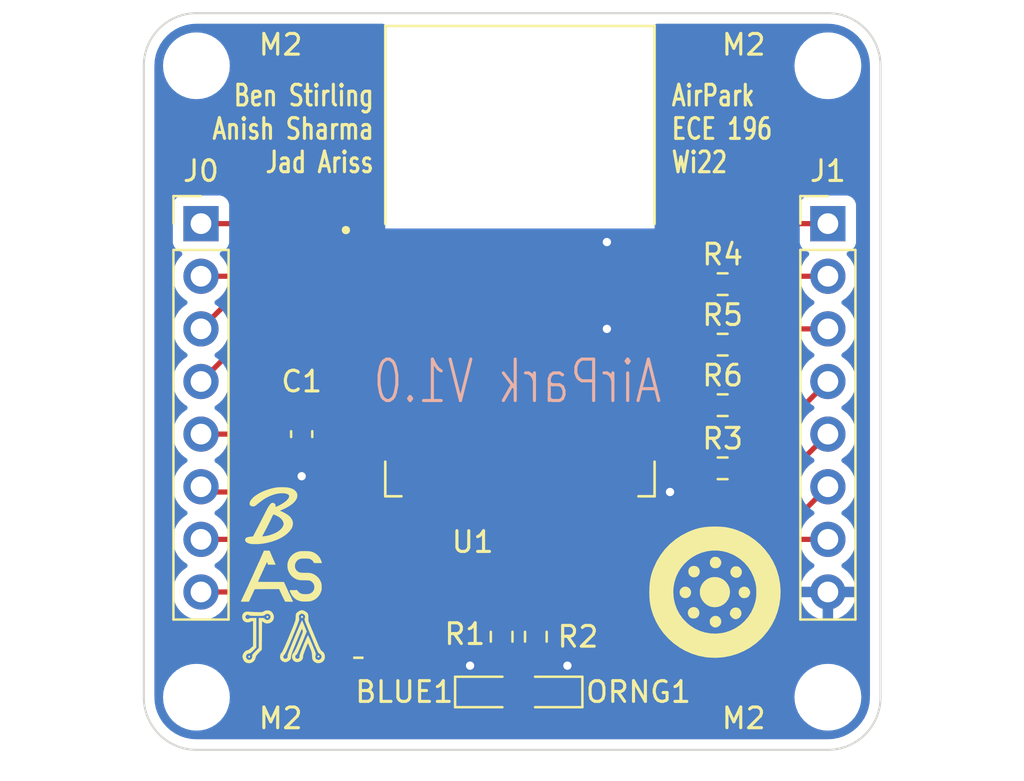
<source format=kicad_pcb>
(kicad_pcb (version 20211014) (generator pcbnew)
  (layers (0 "F.Cu" signal) (31 "B.Cu" signal) (34 "B.Paste" user) (35 "F.Paste" user) (36 "B.SilkS" user "B.Silkscreen") (37 "F.SilkS" user "F.Silkscreen") (38 "B.Mask" user) (39 "F.Mask" user) (44 "Edge.Cuts" user))
  (net 0 "")
  (net 1 "+3.3V")
  (net 2 "GND")
  (net 3 "/EXTON")
  (net 4 "/WAKEUP")
  (net 5 "/RST")
  (net 6 "/SYNC")
  (net 7 "/SPIPHA")
  (net 8 "/SPIPOL")
  (net 9 "/IRQ")
  (net 10 "/SPICLK_Arduino")
  (net 11 "/SPIMISO_Arduino")
  (net 12 "/SPIMOSI_Arduino")
  (net 13 "/SPICSn_Arduino")
  (net 14 "/GPIO0")
  (net 15 "/GPIO1")
  (net 16 "/GPIO4")
  (net 17 "Net-(ORNG1-Pad2)")
  (net 18 "Net-(R2-Pad2)")
  (net 19 "Net-(R3-Pad1)")
  (net 20 "Net-(R4-Pad1)")
  (net 21 "Net-(R6-Pad1)")
  (net 22 "Net-(R5-Pad1)")
  (net 23 "Net-(R1-Pad1)")
  (net 24 "Net-(R1-Pad2)")
  (footprint "MountingHole:MountingHole_2.2mm_M2" (layer "F.Cu") (at 175.26 91.44)
    (fp_text reference "M2" (at -4.064 -1.016) (layer "F.SilkS"))
    (fp_text value "MountingHole_2.2mm_M2")
    (pad "" np_thru_hole circle (at 0 0) (size 2.2 2.2) (drill 2.2) (layers *.Cu *.Mask))
  )
  (footprint "LED_SMD:LED_0603_1608Metric" (layer "F.Cu") (at 158.75 121.666)
    (fp_text reference "BLUE1" (at -3.937 0) (layer "F.SilkS"))
    (fp_text value "LED")
    (pad "1" smd roundrect (at -0.7875 0) (size 0.875 0.95) (layers "F.Cu" "F.Paste" "F.Mask") (net 2 "GND"))
    (pad "2" smd roundrect (at 0.7875 0) (size 0.875 0.95) (layers "F.Cu" "F.Paste" "F.Mask") (net 23 "Net-(R1-Pad1)"))
  )
  (footprint "Resistor_SMD:R_0603_1608Metric" (layer "F.Cu") (at 170.18 101.981)
    (fp_text reference "R4" (at 0 -1.43) (layer "F.SilkS"))
    (fp_text value "49.9")
    (pad "1" smd roundrect (at -0.825 0) (size 0.8 0.95) (layers "F.Cu" "F.Paste" "F.Mask") (net 20 "Net-(R4-Pad1)"))
    (pad "2" smd roundrect (at 0.825 0) (size 0.8 0.95) (layers "F.Cu" "F.Paste" "F.Mask") (net 10 "/SPICLK_Arduino"))
  )
  (footprint "MountingHole:MountingHole_2.2mm_M2" (layer "F.Cu") (at 144.78 91.44)
    (fp_text reference "M2" (at 4.064 -1.016) (layer "F.SilkS"))
    (fp_text value "MountingHole_2.2mm_M2")
    (pad "" np_thru_hole circle (at 0 0) (size 2.2 2.2) (drill 2.2) (layers *.Cu *.Mask))
  )
  (footprint "DWM3000SQ:XCVR_DWM3000SQ" (layer "F.Cu") (at 160.395 100.87)
    (fp_text reference "U1" (at -2.28 13.557) (layer "F.SilkS"))
    (fp_text value "DWM3000SQ")
    (pad "1" smd rect locked (at -6.295 -0.95) (size 2.45 1) (layers "F.Cu" "F.Paste" "F.Mask") (net 3 "/EXTON"))
    (pad "2" smd rect locked (at -6.295 0.45) (size 2.45 1) (layers "F.Cu" "F.Paste" "F.Mask") (net 4 "/WAKEUP"))
    (pad "3" smd rect locked (at -6.295 1.85) (size 2.45 1) (layers "F.Cu" "F.Paste" "F.Mask") (net 5 "/RST"))
    (pad "4" smd rect locked (at -6.295 3.25) (size 2.45 1) (layers "F.Cu" "F.Paste" "F.Mask") (net 6 "/SYNC"))
    (pad "5" smd rect locked (at -6.295 4.65) (size 2.45 1) (layers "F.Cu" "F.Paste" "F.Mask") (net 1 "+3.3V"))
    (pad "6" smd rect locked (at -6.295 6.05) (size 2.45 1) (layers "F.Cu" "F.Paste" "F.Mask") (net 1 "+3.3V"))
    (pad "7" smd rect locked (at -6.295 7.45) (size 2.45 1) (layers "F.Cu" "F.Paste" "F.Mask") (net 1 "+3.3V"))
    (pad "8" smd rect locked (at -6.295 8.85) (size 2.45 1) (layers "F.Cu" "F.Paste" "F.Mask") (net 2 "GND"))
    (pad "9" smd rect locked (at -4.9 11.145) (size 1 2.45) (layers "F.Cu" "F.Paste" "F.Mask") (net 7 "/SPIPHA"))
    (pad "10" smd rect locked (at -3.5 11.145) (size 1 2.45) (layers "F.Cu" "F.Paste" "F.Mask") (net 8 "/SPIPOL"))
    (pad "11" smd rect locked (at -2.1 11.145) (size 1 2.45) (layers "F.Cu" "F.Paste" "F.Mask") (net 16 "/GPIO4"))
    (pad "12" smd rect locked (at -0.7 11.145) (size 1 2.45) (layers "F.Cu" "F.Paste" "F.Mask") (net 24 "Net-(R1-Pad2)"))
    (pad "13" smd rect locked (at 0.7 11.145) (size 1 2.45) (layers "F.Cu" "F.Paste" "F.Mask") (net 18 "Net-(R2-Pad2)"))
    (pad "14" smd rect locked (at 2.1 11.145) (size 1 2.45) (layers "F.Cu" "F.Paste" "F.Mask") (net 15 "/GPIO1"))
    (pad "15" smd rect locked (at 3.5 11.145) (size 1 2.45) (layers "F.Cu" "F.Paste" "F.Mask") (net 14 "/GPIO0"))
    (pad "16" smd rect locked (at 4.9 11.145) (size 1 2.45) (layers "F.Cu" "F.Paste" "F.Mask") (net 2 "GND"))
    (pad "17" smd rect locked (at 6.295 8.85) (size 2.45 1) (layers "F.Cu" "F.Paste" "F.Mask") (net 19 "Net-(R3-Pad1)"))
    (pad "18" smd rect locked (at 6.295 7.45) (size 2.45 1) (layers "F.Cu" "F.Paste" "F.Mask") (net 21 "Net-(R6-Pad1)"))
    (pad "19" smd rect locked (at 6.295 6.05) (size 2.45 1) (layers "F.Cu" "F.Paste" "F.Mask") (net 22 "Net-(R5-Pad1)"))
    (pad "20" smd rect locked (at 6.295 4.65) (size 2.45 1) (layers "F.Cu" "F.Paste" "F.Mask") (net 20 "Net-(R4-Pad1)"))
    (pad "21" smd rect locked (at 6.295 3.25) (size 2.45 1) (layers "F.Cu" "F.Paste" "F.Mask") (net 2 "GND"))
    (pad "22" smd rect locked (at 6.295 1.85) (size 2.45 1) (layers "F.Cu" "F.Paste" "F.Mask") (net 9 "/IRQ"))
    (pad "23" smd rect locked (at 6.295 0.45) (size 2.45 1) (layers "F.Cu" "F.Paste" "F.Mask") (net 2 "GND"))
    (pad "24" smd rect locked (at 6.295 -0.95) (size 2.45 1) (layers "F.Cu" "F.Paste" "F.Mask") (net 2 "GND"))
    (zone (net 0) (net_name "") (layer "B.Cu") (connect_pads (clearance 0)) (min_thickness 0.01)
      (keepout (tracks not_allowed) (vias not_allowed) (pads not_allowed) (copperpour not_allowed) (footprints allowed))
      (fill (thermal_gap 0.508) (thermal_bridge_width 0.508))
      (polygon (pts (xy 153.895 89.52) (xy 166.895 89.52) (xy 166.895 99.295) (xy 153.895 99.295)))
    )
  )
  (footprint "MountingHole:MountingHole_2.2mm_M2" (layer "F.Cu") (at 175.26 121.92)
    (fp_text reference "M2" (at -4.064 1.016) (layer "F.SilkS"))
    (fp_text value "MountingHole_2.2mm_M2")
    (pad "" np_thru_hole circle (at 0 0) (size 2.2 2.2) (drill 2.2) (layers *.Cu *.Mask))
  )
  (footprint "Capacitor_SMD:C_0603_1608Metric" (layer "F.Cu") (at 149.86 109.22 -90)
    (fp_text reference "C1" (at -2.54 0 180) (layer "F.SilkS"))
    (fp_text value "10U")
    (pad "1" smd roundrect (at -0.775 0 270) (size 0.9 0.95) (layers "F.Cu" "F.Paste" "F.Mask") (net 1 "+3.3V"))
    (pad "2" smd roundrect (at 0.775 0 270) (size 0.9 0.95) (layers "F.Cu" "F.Paste" "F.Mask") (net 2 "GND"))
  )
  (footprint "LOGO" (layer "F.Cu") (at 148.463 113.157)
    (fp_text reference "G***" hide)
    (fp_text value "LOGO" hide)
  )
  (footprint "LED_SMD:LED_0603_1608Metric" (layer "F.Cu") (at 161.925 121.666 180)
    (fp_text reference "ORNG1" (at -4.191 0) (layer "F.SilkS"))
    (fp_text value "LED")
    (pad "1" smd roundrect (at -0.7875 0 180) (size 0.875 0.95) (layers "F.Cu" "F.Paste" "F.Mask") (net 2 "GND"))
    (pad "2" smd roundrect (at 0.7875 0 180) (size 0.875 0.95) (layers "F.Cu" "F.Paste" "F.Mask") (net 17 "Net-(ORNG1-Pad2)"))
  )
  (footprint "MountingHole:MountingHole_2.2mm_M2" (layer "F.Cu") (at 144.78 121.92)
    (fp_text reference "M2" (at 4.064 1.016) (layer "F.SilkS"))
    (fp_text value "MountingHole_2.2mm_M2")
    (pad "" np_thru_hole circle (at 0 0) (size 2.2 2.2) (drill 2.2) (layers *.Cu *.Mask))
  )
  (footprint "Connector_PinHeader_2.54mm:PinHeader_1x08_P2.54mm_Vertical" (layer "F.Cu") (at 175.26 99.06)
    (fp_text reference "J1" (at 0 -2.54) (layer "F.SilkS"))
    (fp_text value "Conn_01x08_Male")
    (pad "1" thru_hole rect (at 0 0) (size 1.7 1.7) (drill 1) (layers *.Cu *.Mask) (net 9 "/IRQ"))
    (pad "2" thru_hole oval (at 0 2.54) (size 1.7 1.7) (drill 1) (layers *.Cu *.Mask) (net 10 "/SPICLK_Arduino"))
    (pad "3" thru_hole oval (at 0 5.08) (size 1.7 1.7) (drill 1) (layers *.Cu *.Mask) (net 11 "/SPIMISO_Arduino"))
    (pad "4" thru_hole oval (at 0 7.62) (size 1.7 1.7) (drill 1) (layers *.Cu *.Mask) (net 12 "/SPIMOSI_Arduino"))
    (pad "5" thru_hole oval (at 0 10.16) (size 1.7 1.7) (drill 1) (layers *.Cu *.Mask) (net 13 "/SPICSn_Arduino"))
    (pad "6" thru_hole oval (at 0 12.7) (size 1.7 1.7) (drill 1) (layers *.Cu *.Mask) (net 14 "/GPIO0"))
    (pad "7" thru_hole oval (at 0 15.24) (size 1.7 1.7) (drill 1) (layers *.Cu *.Mask) (net 15 "/GPIO1"))
    (pad "8" thru_hole oval (at 0 17.78) (size 1.7 1.7) (drill 1) (layers *.Cu *.Mask) (net 2 "GND"))
  )
  (footprint "LOGO" (layer "F.Cu") (at 148.971 118.999)
    (fp_text reference "G***" hide)
    (fp_text value "LOGO" hide)
  )
  (footprint "Resistor_SMD:R_0603_1608Metric" (layer "F.Cu") (at 159.512 119 90)
    (fp_text reference "R1" (at 0.128 -1.778 180) (layer "F.SilkS"))
    (fp_text value "1k")
    (pad "1" smd roundrect (at -0.825 0 90) (size 0.8 0.95) (layers "F.Cu" "F.Paste" "F.Mask") (net 23 "Net-(R1-Pad1)"))
    (pad "2" smd roundrect (at 0.825 0 90) (size 0.8 0.95) (layers "F.Cu" "F.Paste" "F.Mask") (net 24 "Net-(R1-Pad2)"))
  )
  (footprint "Connector_PinHeader_2.54mm:PinHeader_1x08_P2.54mm_Vertical" (layer "F.Cu") (at 145 99.06)
    (fp_text reference "J0" (at 0 -2.54) (layer "F.SilkS"))
    (fp_text value "Conn_01x08_Male")
    (pad "1" thru_hole rect (at 0 0) (size 1.7 1.7) (drill 1) (layers *.Cu *.Mask) (net 3 "/EXTON"))
    (pad "2" thru_hole oval (at 0 2.54) (size 1.7 1.7) (drill 1) (layers *.Cu *.Mask) (net 4 "/WAKEUP"))
    (pad "3" thru_hole oval (at 0 5.08) (size 1.7 1.7) (drill 1) (layers *.Cu *.Mask) (net 5 "/RST"))
    (pad "4" thru_hole oval (at 0 7.62) (size 1.7 1.7) (drill 1) (layers *.Cu *.Mask) (net 6 "/SYNC"))
    (pad "5" thru_hole oval (at 0 10.16) (size 1.7 1.7) (drill 1) (layers *.Cu *.Mask) (net 1 "+3.3V"))
    (pad "6" thru_hole oval (at 0 12.7) (size 1.7 1.7) (drill 1) (layers *.Cu *.Mask) (net 7 "/SPIPHA"))
    (pad "7" thru_hole oval (at 0 15.24) (size 1.7 1.7) (drill 1) (layers *.Cu *.Mask) (net 8 "/SPIPOL"))
    (pad "8" thru_hole oval (at 0 17.78) (size 1.7 1.7) (drill 1) (layers *.Cu *.Mask) (net 16 "/GPIO4"))
  )
  (footprint "Resistor_SMD:R_0603_1608Metric" (layer "F.Cu") (at 161.163 119 90)
    (fp_text reference "R2" (at 0 2.032 180) (layer "F.SilkS"))
    (fp_text value "1k")
    (pad "1" smd roundrect (at -0.825 0 90) (size 0.8 0.95) (layers "F.Cu" "F.Paste" "F.Mask") (net 17 "Net-(ORNG1-Pad2)"))
    (pad "2" smd roundrect (at 0.825 0 90) (size 0.8 0.95) (layers "F.Cu" "F.Paste" "F.Mask") (net 18 "Net-(R2-Pad2)"))
  )
  (footprint "Resistor_SMD:R_0603_1608Metric" (layer "F.Cu") (at 170.18 104.902)
    (fp_text reference "R5" (at 0 -1.43) (layer "F.SilkS"))
    (fp_text value "49.9")
    (pad "1" smd roundrect (at -0.825 0) (size 0.8 0.95) (layers "F.Cu" "F.Paste" "F.Mask") (net 22 "Net-(R5-Pad1)"))
    (pad "2" smd roundrect (at 0.825 0) (size 0.8 0.95) (layers "F.Cu" "F.Paste" "F.Mask") (net 11 "/SPIMISO_Arduino"))
  )
  (footprint "LOGO" (layer "F.Cu") (at 148.971 116.078)
    (fp_text reference "G***" hide)
    (fp_text value "LOGO" hide)
  )
  (footprint "Resistor_SMD:R_0603_1608Metric" (layer "F.Cu") (at 170.18 107.823)
    (fp_text reference "R6" (at 0 -1.43) (layer "F.SilkS"))
    (fp_text value "49.9")
    (pad "1" smd roundrect (at -0.825 0) (size 0.8 0.95) (layers "F.Cu" "F.Paste" "F.Mask") (net 21 "Net-(R6-Pad1)"))
    (pad "2" smd roundrect (at 0.825 0) (size 0.8 0.95) (layers "F.Cu" "F.Paste" "F.Mask") (net 12 "/SPIMOSI_Arduino"))
  )
  (footprint "LOGO" (layer "F.Cu") (at 169.799 116.84)
    (fp_text reference "G***" hide)
    (fp_text value "LOGO" hide)
  )
  (footprint "Resistor_SMD:R_0603_1608Metric" (layer "F.Cu") (at 170.18 110.871)
    (fp_text reference "R3" (at 0 -1.43) (layer "F.SilkS"))
    (fp_text value "49.9")
    (pad "1" smd roundrect (at -0.825 0) (size 0.8 0.95) (layers "F.Cu" "F.Paste" "F.Mask") (net 19 "Net-(R3-Pad1)"))
    (pad "2" smd roundrect (at 0.825 0) (size 0.8 0.95) (layers "F.Cu" "F.Paste" "F.Mask") (net 13 "/SPICSn_Arduino"))
  )
  (gr_arc (start 144.78 124.46) (mid 142.983949 123.716051) (end 142.24 121.92) (layer "Edge.Cuts") (width 0.1))
  (gr_arc (start 177.8 121.92) (mid 177.056051 123.716051) (end 175.26 124.46) (layer "Edge.Cuts") (width 0.1))
  (gr_arc (start 175.26 88.9) (mid 177.056051 89.643949) (end 177.8 91.44) (layer "Edge.Cuts") (width 0.1))
  (gr_line (start 142.24 91.44) (end 142.24 121.92) (layer "Edge.Cuts") (width 0.1))
  (gr_line (start 177.8 91.44) (end 177.8 121.92) (layer "Edge.Cuts") (width 0.1))
  (gr_line (start 144.78 88.9) (end 175.26 88.9) (layer "Edge.Cuts") (width 0.1))
  (gr_line (start 144.78 124.46) (end 175.26 124.46) (layer "Edge.Cuts") (width 0.1))
  (gr_arc (start 142.24 91.44) (mid 142.983949 89.643949) (end 144.78 88.9) (layer "Edge.Cuts") (width 0.1))
  (gr_text "AirPark V1.0" (at 160.274 106.68) (layer "B.SilkS") (effects (font (size 2 1.5)) (justify mirror)))
  (gr_text "AirPark\nECE 196\nWi22" (at 167.64 94.488) (layer "F.SilkS") (effects (font (size 1 0.75)) (justify left)))
  (gr_text "Ben Stirling\nAnish Sharma\nJad Ariss\n" (at 153.416 94.488) (layer "F.SilkS") (effects (font (size 1 0.75)) (justify right)))
  (segment (start 149.085 109.22) (end 149.86 108.445) (width 0.25) (layer "F.Cu") (net 1))
  (segment (start 154.1 106.92) (end 154.1 105.52) (width 0.25) (layer "F.Cu") (net 1))
  (segment (start 154.1 108.32) (end 154.1 106.92) (width 0.25) (layer "F.Cu") (net 1))
  (segment (start 149.86 108.445) (end 149.985 108.32) (width 0.25) (layer "F.Cu") (net 1))
  (segment (start 145 109.22) (end 149.085 109.22) (width 0.25) (layer "F.Cu") (net 1))
  (segment (start 149.985 108.32) (end 154.1 108.32) (width 0.25) (layer "F.Cu") (net 1))
  (segment (start 167.639 112.015) (end 167.64 112.014) (width 0.25) (layer "F.Cu") (net 2))
  (segment (start 166.69 99.92) (end 164.621 99.92) (width 0.25) (layer "F.Cu") (net 2))
  (segment (start 166.69 104.12) (end 164.612 104.12) (width 0.25) (layer "F.Cu") (net 2))
  (segment (start 154.1 109.72) (end 150.135 109.72) (width 0.25) (layer "F.Cu") (net 2))
  (segment (start 165.295 112.015) (end 167.639 112.015) (width 0.25) (layer "F.Cu") (net 2))
  (segment (start 150.135 109.72) (end 149.86 109.995) (width 0.25) (layer "F.Cu") (net 2))
  (segment (start 157.9625 121.666) (end 157.9625 120.4215) (width 0.25) (layer "F.Cu") (net 2))
  (segment (start 149.86 109.995) (end 149.86 111.252) (width 0.25) (layer "F.Cu") (net 2))
  (segment (start 164.621 99.92) (end 164.592 99.949) (width 0.25) (layer "F.Cu") (net 2))
  (segment (start 164.612 104.12) (end 164.592 104.14) (width 0.25) (layer "F.Cu") (net 2))
  (segment (start 162.7125 121.666) (end 162.7125 120.4215) (width 0.25) (layer "F.Cu") (net 2))
  (segment (start 157.9625 120.4215) (end 157.988 120.396) (width 0.25) (layer "F.Cu") (net 2))
  (segment (start 166.69 101.32) (end 166.69 99.92) (width 0.25) (layer "F.Cu") (net 2))
  (segment (start 162.7125 120.4215) (end 162.687 120.396) (width 0.25) (layer "F.Cu") (net 2))
  (via (at 164.592 104.14) (size 0.8) (drill 0.4) (layers "F.Cu" "B.Cu") (net 2))
  (via (at 157.988 120.396) (size 0.8) (drill 0.4) (layers "F.Cu" "B.Cu") (net 2))
  (via (at 167.64 112.014) (size 0.8) (drill 0.4) (layers "F.Cu" "B.Cu") (net 2))
  (via (at 164.592 99.949) (size 0.8) (drill 0.4) (layers "F.Cu" "B.Cu") (net 2))
  (via (at 162.687 120.396) (size 0.8) (drill 0.4) (layers "F.Cu" "B.Cu") (net 2))
  (via (at 149.86 111.252) (size 0.8) (drill 0.4) (layers "F.Cu" "B.Cu") (net 2))
  (segment (start 153.24 99.06) (end 154.1 99.92) (width 0.25) (layer "F.Cu") (net 3))
  (segment (start 145 99.06) (end 153.24 99.06) (width 0.25) (layer "F.Cu") (net 3))
  (segment (start 153.82 101.6) (end 154.1 101.32) (width 0.25) (layer "F.Cu") (net 4))
  (segment (start 145 101.6) (end 153.82 101.6) (width 0.25) (layer "F.Cu") (net 4))
  (segment (start 146.42 102.72) (end 154.1 102.72) (width 0.25) (layer "F.Cu") (net 5))
  (segment (start 145 104.14) (end 146.42 102.72) (width 0.25) (layer "F.Cu") (net 5))
  (segment (start 145 106.68) (end 147.56 104.12) (width 0.25) (layer "F.Cu") (net 6))
  (segment (start 147.56 104.12) (end 154.1 104.12) (width 0.25) (layer "F.Cu") (net 6))
  (segment (start 145.255 112.015) (end 145 111.76) (width 0.25) (layer "F.Cu") (net 7))
  (segment (start 155.495 112.015) (end 145.255 112.015) (width 0.25) (layer "F.Cu") (net 7))
  (segment (start 156.895 112.015) (end 156.895 112.99) (width 0.25) (layer "F.Cu") (net 8))
  (segment (start 155.585 114.3) (end 145 114.3) (width 0.25) (layer "F.Cu") (net 8))
  (segment (start 156.895 112.99) (end 155.585 114.3) (width 0.25) (layer "F.Cu") (net 8))
  (segment (start 167.665 102.72) (end 168.529 101.856) (width 0.25) (layer "F.Cu") (net 9))
  (segment (start 168.529 101.589538) (end 171.058538 99.06) (width 0.25) (layer "F.Cu") (net 9))
  (segment (start 166.69 102.72) (end 167.665 102.72) (width 0.25) (layer "F.Cu") (net 9))
  (segment (start 168.529 101.856) (end 168.529 101.589538) (width 0.25) (layer "F.Cu") (net 9))
  (segment (start 171.058538 99.06) (end 175.26 99.06) (width 0.25) (layer "F.Cu") (net 9))
  (segment (start 171.005 101.981) (end 171.386 101.6) (width 0.25) (layer "F.Cu") (net 10))
  (segment (start 171.386 101.6) (end 175.26 101.6) (width 0.25) (layer "F.Cu") (net 10))
  (segment (start 171.005 104.902) (end 171.767 104.14) (width 0.25) (layer "F.Cu") (net 11))
  (segment (start 171.767 104.14) (end 175.26 104.14) (width 0.25) (layer "F.Cu") (net 11))
  (segment (start 174.117 107.823) (end 175.26 106.68) (width 0.25) (layer "F.Cu") (net 12))
  (segment (start 171.005 107.823) (end 174.117 107.823) (width 0.25) (layer "F.Cu") (net 12))
  (segment (start 171.005 110.871) (end 173.609 110.871) (width 0.25) (layer "F.Cu") (net 13))
  (segment (start 173.609 110.871) (end 175.26 109.22) (width 0.25) (layer "F.Cu") (net 13))
  (segment (start 163.895 112.015) (end 163.895 113.49) (width 0.25) (layer "F.Cu") (net 14))
  (segment (start 163.97 113.565) (end 173.455 113.565) (width 0.25) (layer "F.Cu") (net 14))
  (segment (start 173.455 113.565) (end 175.26 111.76) (width 0.25) (layer "F.Cu") (net 14))
  (segment (start 163.895 113.49) (end 163.97 113.565) (width 0.25) (layer "F.Cu") (net 14))
  (segment (start 163.305 114.3) (end 175.26 114.3) (width 0.25) (layer "F.Cu") (net 15))
  (segment (start 162.495 113.49) (end 163.305 114.3) (width 0.25) (layer "F.Cu") (net 15))
  (segment (start 162.495 112.015) (end 162.495 113.49) (width 0.25) (layer "F.Cu") (net 15))
  (segment (start 154.445 116.84) (end 145 116.84) (width 0.25) (layer "F.Cu") (net 16))
  (segment (start 158.295 112.015) (end 158.295 112.99) (width 0.25) (layer "F.Cu") (net 16))
  (segment (start 158.295 112.99) (end 154.445 116.84) (width 0.25) (layer "F.Cu") (net 16))
  (segment (start 161.163 121.6405) (end 161.1375 121.666) (width 0.25) (layer "F.Cu") (net 17))
  (segment (start 161.163 119.825) (end 161.163 121.6405) (width 0.25) (layer "F.Cu") (net 17))
  (segment (start 161.095 112.015) (end 161.095 118.107) (width 0.25) (layer "F.Cu") (net 18))
  (segment (start 161.095 118.107) (end 161.163 118.175) (width 0.25) (layer "F.Cu") (net 18))
  (segment (start 166.69 109.72) (end 168.204 109.72) (width 0.25) (layer "F.Cu") (net 19))
  (segment (start 168.204 109.72) (end 169.355 110.871) (width 0.25) (layer "F.Cu") (net 19))
  (segment (start 168.529 102.807) (end 169.355 101.981) (width 0.25) (layer "F.Cu") (net 20))
  (segment (start 166.69 105.52) (end 168.165 105.52) (width 0.25) (layer "F.Cu") (net 20))
  (segment (start 168.165 105.52) (end 168.529 105.156) (width 0.25) (layer "F.Cu") (net 20))
  (segment (start 168.529 105.156) (end 168.529 102.807) (width 0.25) (layer "F.Cu") (net 20))
  (segment (start 166.69 108.32) (end 168.858 108.32) (width 0.25) (layer "F.Cu") (net 21))
  (segment (start 168.858 108.32) (end 169.355 107.823) (width 0.25) (layer "F.Cu") (net 21))
  (segment (start 168.165 106.92) (end 169.355 105.73) (width 0.25) (layer "F.Cu") (net 22))
  (segment (start 166.69 106.92) (end 168.165 106.92) (width 0.25) (layer "F.Cu") (net 22))
  (segment (start 169.355 105.73) (end 169.355 104.902) (width 0.25) (layer "F.Cu") (net 22))
  (segment (start 159.512 121.6405) (end 159.5375 121.666) (width 0.25) (layer "F.Cu") (net 23))
  (segment (start 159.512 119.825) (end 159.512 121.6405) (width 0.25) (layer "F.Cu") (net 23))
  (segment (start 159.695 117.992) (end 159.512 118.175) (width 0.25) (layer "F.Cu") (net 24))
  (segment (start 159.695 112.015) (end 159.695 117.992) (width 0.25) (layer "F.Cu") (net 24))
  (zone (net 2) (net_name "GND") (layer "B.Cu") (connect_pads (clearance 0.508)) (min_thickness 0.254) (fill yes (thermal_gap 0.508) (thermal_bridge_width 0.508))
    (polygon (pts (xy 178.816 88.773) (xy 179.324 125.349) (xy 141.224 125.222) (xy 141.351 88.265)))
  )
)
</source>
